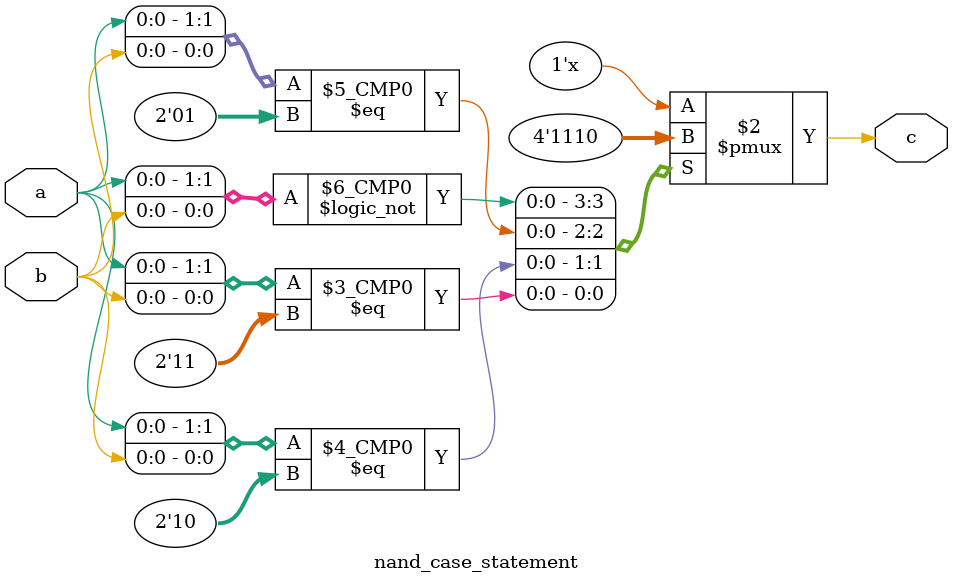
<source format=v>
module nand_case_statement(a,b,c);
    input a;
    input b;
    output c;
    reg c;

    always@(a or b)
    begin
   		case({a,b})
		2'b00:
			begin
			 c=1;
			end
		2'b01:
			begin
			 c=1;
			end
		2'b10:
			begin
			 c=1;
			end
		2'b11:
			begin
			 c=0;
			end
		default:
			begin
			 c=0;
			end
		endcase
	end
endmodule

</source>
